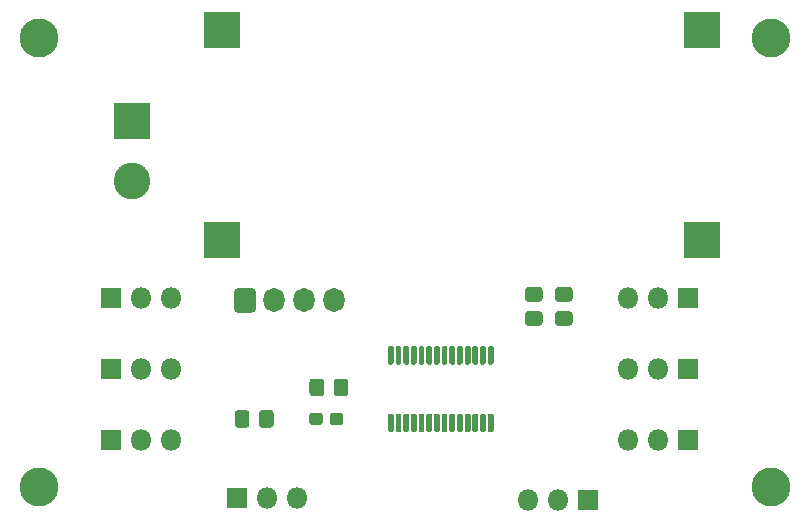
<source format=gbr>
%TF.GenerationSoftware,KiCad,Pcbnew,5.1.6+dfsg1-1*%
%TF.CreationDate,2021-03-04T16:58:38+01:00*%
%TF.ProjectId,PCA9685,50434139-3638-4352-9e6b-696361645f70,rev?*%
%TF.SameCoordinates,Original*%
%TF.FileFunction,Soldermask,Top*%
%TF.FilePolarity,Negative*%
%FSLAX46Y46*%
G04 Gerber Fmt 4.6, Leading zero omitted, Abs format (unit mm)*
G04 Created by KiCad (PCBNEW 5.1.6+dfsg1-1) date 2021-03-04 16:58:38*
%MOMM*%
%LPD*%
G01*
G04 APERTURE LIST*
%ADD10O,1.800000X1.800000*%
%ADD11R,1.800000X1.800000*%
%ADD12C,3.300000*%
%ADD13O,1.800000X2.050000*%
%ADD14R,3.100000X3.100000*%
%ADD15C,3.100000*%
G04 APERTURE END LIST*
D10*
%TO.C,J6*%
X88900000Y-92964000D03*
X86360000Y-92964000D03*
D11*
X83820000Y-92964000D03*
%TD*%
D10*
%TO.C,J10*%
X78232000Y-88000000D03*
X75692000Y-88000000D03*
D11*
X73152000Y-88000000D03*
%TD*%
D10*
%TO.C,J9*%
X78232000Y-82000000D03*
X75692000Y-82000000D03*
D11*
X73152000Y-82000000D03*
%TD*%
D10*
%TO.C,J8*%
X78232000Y-76000000D03*
X75692000Y-76000000D03*
D11*
X73152000Y-76000000D03*
%TD*%
D10*
%TO.C,J7*%
X108460000Y-93091000D03*
X111000000Y-93091000D03*
D11*
X113540000Y-93091000D03*
%TD*%
D10*
%TO.C,J5*%
X116920000Y-88000000D03*
X119460000Y-88000000D03*
D11*
X122000000Y-88000000D03*
%TD*%
D10*
%TO.C,J4*%
X116920000Y-82000000D03*
X119460000Y-82000000D03*
D11*
X122000000Y-82000000D03*
%TD*%
D10*
%TO.C,J3*%
X116920000Y-76000000D03*
X119460000Y-76000000D03*
D11*
X122000000Y-76000000D03*
%TD*%
D12*
%TO.C,REF\u002A\u002A*%
X67000000Y-54000000D03*
%TD*%
%TO.C,REF\u002A\u002A*%
X67000000Y-92000000D03*
%TD*%
%TO.C,REF\u002A\u002A*%
X129000000Y-92000000D03*
%TD*%
%TO.C,REF\u002A\u002A*%
X129000000Y-54000000D03*
%TD*%
D13*
%TO.C,J2*%
X91955000Y-76200000D03*
X89455000Y-76200000D03*
X86955000Y-76200000D03*
G36*
G01*
X83555000Y-76960294D02*
X83555000Y-75439706D01*
G75*
G02*
X83819706Y-75175000I264706J0D01*
G01*
X85090294Y-75175000D01*
G75*
G02*
X85355000Y-75439706I0J-264706D01*
G01*
X85355000Y-76960294D01*
G75*
G02*
X85090294Y-77225000I-264706J0D01*
G01*
X83819706Y-77225000D01*
G75*
G02*
X83555000Y-76960294I0J264706D01*
G01*
G37*
%TD*%
%TO.C,U2*%
G36*
G01*
X96929000Y-81634000D02*
X96679000Y-81634000D01*
G75*
G02*
X96554000Y-81509000I0J125000D01*
G01*
X96554000Y-80184000D01*
G75*
G02*
X96679000Y-80059000I125000J0D01*
G01*
X96929000Y-80059000D01*
G75*
G02*
X97054000Y-80184000I0J-125000D01*
G01*
X97054000Y-81509000D01*
G75*
G02*
X96929000Y-81634000I-125000J0D01*
G01*
G37*
G36*
G01*
X97579000Y-81634000D02*
X97329000Y-81634000D01*
G75*
G02*
X97204000Y-81509000I0J125000D01*
G01*
X97204000Y-80184000D01*
G75*
G02*
X97329000Y-80059000I125000J0D01*
G01*
X97579000Y-80059000D01*
G75*
G02*
X97704000Y-80184000I0J-125000D01*
G01*
X97704000Y-81509000D01*
G75*
G02*
X97579000Y-81634000I-125000J0D01*
G01*
G37*
G36*
G01*
X98229000Y-81634000D02*
X97979000Y-81634000D01*
G75*
G02*
X97854000Y-81509000I0J125000D01*
G01*
X97854000Y-80184000D01*
G75*
G02*
X97979000Y-80059000I125000J0D01*
G01*
X98229000Y-80059000D01*
G75*
G02*
X98354000Y-80184000I0J-125000D01*
G01*
X98354000Y-81509000D01*
G75*
G02*
X98229000Y-81634000I-125000J0D01*
G01*
G37*
G36*
G01*
X98879000Y-81634000D02*
X98629000Y-81634000D01*
G75*
G02*
X98504000Y-81509000I0J125000D01*
G01*
X98504000Y-80184000D01*
G75*
G02*
X98629000Y-80059000I125000J0D01*
G01*
X98879000Y-80059000D01*
G75*
G02*
X99004000Y-80184000I0J-125000D01*
G01*
X99004000Y-81509000D01*
G75*
G02*
X98879000Y-81634000I-125000J0D01*
G01*
G37*
G36*
G01*
X99529000Y-81634000D02*
X99279000Y-81634000D01*
G75*
G02*
X99154000Y-81509000I0J125000D01*
G01*
X99154000Y-80184000D01*
G75*
G02*
X99279000Y-80059000I125000J0D01*
G01*
X99529000Y-80059000D01*
G75*
G02*
X99654000Y-80184000I0J-125000D01*
G01*
X99654000Y-81509000D01*
G75*
G02*
X99529000Y-81634000I-125000J0D01*
G01*
G37*
G36*
G01*
X100179000Y-81634000D02*
X99929000Y-81634000D01*
G75*
G02*
X99804000Y-81509000I0J125000D01*
G01*
X99804000Y-80184000D01*
G75*
G02*
X99929000Y-80059000I125000J0D01*
G01*
X100179000Y-80059000D01*
G75*
G02*
X100304000Y-80184000I0J-125000D01*
G01*
X100304000Y-81509000D01*
G75*
G02*
X100179000Y-81634000I-125000J0D01*
G01*
G37*
G36*
G01*
X100829000Y-81634000D02*
X100579000Y-81634000D01*
G75*
G02*
X100454000Y-81509000I0J125000D01*
G01*
X100454000Y-80184000D01*
G75*
G02*
X100579000Y-80059000I125000J0D01*
G01*
X100829000Y-80059000D01*
G75*
G02*
X100954000Y-80184000I0J-125000D01*
G01*
X100954000Y-81509000D01*
G75*
G02*
X100829000Y-81634000I-125000J0D01*
G01*
G37*
G36*
G01*
X101479000Y-81634000D02*
X101229000Y-81634000D01*
G75*
G02*
X101104000Y-81509000I0J125000D01*
G01*
X101104000Y-80184000D01*
G75*
G02*
X101229000Y-80059000I125000J0D01*
G01*
X101479000Y-80059000D01*
G75*
G02*
X101604000Y-80184000I0J-125000D01*
G01*
X101604000Y-81509000D01*
G75*
G02*
X101479000Y-81634000I-125000J0D01*
G01*
G37*
G36*
G01*
X102129000Y-81634000D02*
X101879000Y-81634000D01*
G75*
G02*
X101754000Y-81509000I0J125000D01*
G01*
X101754000Y-80184000D01*
G75*
G02*
X101879000Y-80059000I125000J0D01*
G01*
X102129000Y-80059000D01*
G75*
G02*
X102254000Y-80184000I0J-125000D01*
G01*
X102254000Y-81509000D01*
G75*
G02*
X102129000Y-81634000I-125000J0D01*
G01*
G37*
G36*
G01*
X102779000Y-81634000D02*
X102529000Y-81634000D01*
G75*
G02*
X102404000Y-81509000I0J125000D01*
G01*
X102404000Y-80184000D01*
G75*
G02*
X102529000Y-80059000I125000J0D01*
G01*
X102779000Y-80059000D01*
G75*
G02*
X102904000Y-80184000I0J-125000D01*
G01*
X102904000Y-81509000D01*
G75*
G02*
X102779000Y-81634000I-125000J0D01*
G01*
G37*
G36*
G01*
X103429000Y-81634000D02*
X103179000Y-81634000D01*
G75*
G02*
X103054000Y-81509000I0J125000D01*
G01*
X103054000Y-80184000D01*
G75*
G02*
X103179000Y-80059000I125000J0D01*
G01*
X103429000Y-80059000D01*
G75*
G02*
X103554000Y-80184000I0J-125000D01*
G01*
X103554000Y-81509000D01*
G75*
G02*
X103429000Y-81634000I-125000J0D01*
G01*
G37*
G36*
G01*
X104079000Y-81634000D02*
X103829000Y-81634000D01*
G75*
G02*
X103704000Y-81509000I0J125000D01*
G01*
X103704000Y-80184000D01*
G75*
G02*
X103829000Y-80059000I125000J0D01*
G01*
X104079000Y-80059000D01*
G75*
G02*
X104204000Y-80184000I0J-125000D01*
G01*
X104204000Y-81509000D01*
G75*
G02*
X104079000Y-81634000I-125000J0D01*
G01*
G37*
G36*
G01*
X104729000Y-81634000D02*
X104479000Y-81634000D01*
G75*
G02*
X104354000Y-81509000I0J125000D01*
G01*
X104354000Y-80184000D01*
G75*
G02*
X104479000Y-80059000I125000J0D01*
G01*
X104729000Y-80059000D01*
G75*
G02*
X104854000Y-80184000I0J-125000D01*
G01*
X104854000Y-81509000D01*
G75*
G02*
X104729000Y-81634000I-125000J0D01*
G01*
G37*
G36*
G01*
X105379000Y-81634000D02*
X105129000Y-81634000D01*
G75*
G02*
X105004000Y-81509000I0J125000D01*
G01*
X105004000Y-80184000D01*
G75*
G02*
X105129000Y-80059000I125000J0D01*
G01*
X105379000Y-80059000D01*
G75*
G02*
X105504000Y-80184000I0J-125000D01*
G01*
X105504000Y-81509000D01*
G75*
G02*
X105379000Y-81634000I-125000J0D01*
G01*
G37*
G36*
G01*
X105379000Y-87359000D02*
X105129000Y-87359000D01*
G75*
G02*
X105004000Y-87234000I0J125000D01*
G01*
X105004000Y-85909000D01*
G75*
G02*
X105129000Y-85784000I125000J0D01*
G01*
X105379000Y-85784000D01*
G75*
G02*
X105504000Y-85909000I0J-125000D01*
G01*
X105504000Y-87234000D01*
G75*
G02*
X105379000Y-87359000I-125000J0D01*
G01*
G37*
G36*
G01*
X104729000Y-87359000D02*
X104479000Y-87359000D01*
G75*
G02*
X104354000Y-87234000I0J125000D01*
G01*
X104354000Y-85909000D01*
G75*
G02*
X104479000Y-85784000I125000J0D01*
G01*
X104729000Y-85784000D01*
G75*
G02*
X104854000Y-85909000I0J-125000D01*
G01*
X104854000Y-87234000D01*
G75*
G02*
X104729000Y-87359000I-125000J0D01*
G01*
G37*
G36*
G01*
X104079000Y-87359000D02*
X103829000Y-87359000D01*
G75*
G02*
X103704000Y-87234000I0J125000D01*
G01*
X103704000Y-85909000D01*
G75*
G02*
X103829000Y-85784000I125000J0D01*
G01*
X104079000Y-85784000D01*
G75*
G02*
X104204000Y-85909000I0J-125000D01*
G01*
X104204000Y-87234000D01*
G75*
G02*
X104079000Y-87359000I-125000J0D01*
G01*
G37*
G36*
G01*
X103429000Y-87359000D02*
X103179000Y-87359000D01*
G75*
G02*
X103054000Y-87234000I0J125000D01*
G01*
X103054000Y-85909000D01*
G75*
G02*
X103179000Y-85784000I125000J0D01*
G01*
X103429000Y-85784000D01*
G75*
G02*
X103554000Y-85909000I0J-125000D01*
G01*
X103554000Y-87234000D01*
G75*
G02*
X103429000Y-87359000I-125000J0D01*
G01*
G37*
G36*
G01*
X102779000Y-87359000D02*
X102529000Y-87359000D01*
G75*
G02*
X102404000Y-87234000I0J125000D01*
G01*
X102404000Y-85909000D01*
G75*
G02*
X102529000Y-85784000I125000J0D01*
G01*
X102779000Y-85784000D01*
G75*
G02*
X102904000Y-85909000I0J-125000D01*
G01*
X102904000Y-87234000D01*
G75*
G02*
X102779000Y-87359000I-125000J0D01*
G01*
G37*
G36*
G01*
X102129000Y-87359000D02*
X101879000Y-87359000D01*
G75*
G02*
X101754000Y-87234000I0J125000D01*
G01*
X101754000Y-85909000D01*
G75*
G02*
X101879000Y-85784000I125000J0D01*
G01*
X102129000Y-85784000D01*
G75*
G02*
X102254000Y-85909000I0J-125000D01*
G01*
X102254000Y-87234000D01*
G75*
G02*
X102129000Y-87359000I-125000J0D01*
G01*
G37*
G36*
G01*
X101479000Y-87359000D02*
X101229000Y-87359000D01*
G75*
G02*
X101104000Y-87234000I0J125000D01*
G01*
X101104000Y-85909000D01*
G75*
G02*
X101229000Y-85784000I125000J0D01*
G01*
X101479000Y-85784000D01*
G75*
G02*
X101604000Y-85909000I0J-125000D01*
G01*
X101604000Y-87234000D01*
G75*
G02*
X101479000Y-87359000I-125000J0D01*
G01*
G37*
G36*
G01*
X100829000Y-87359000D02*
X100579000Y-87359000D01*
G75*
G02*
X100454000Y-87234000I0J125000D01*
G01*
X100454000Y-85909000D01*
G75*
G02*
X100579000Y-85784000I125000J0D01*
G01*
X100829000Y-85784000D01*
G75*
G02*
X100954000Y-85909000I0J-125000D01*
G01*
X100954000Y-87234000D01*
G75*
G02*
X100829000Y-87359000I-125000J0D01*
G01*
G37*
G36*
G01*
X100179000Y-87359000D02*
X99929000Y-87359000D01*
G75*
G02*
X99804000Y-87234000I0J125000D01*
G01*
X99804000Y-85909000D01*
G75*
G02*
X99929000Y-85784000I125000J0D01*
G01*
X100179000Y-85784000D01*
G75*
G02*
X100304000Y-85909000I0J-125000D01*
G01*
X100304000Y-87234000D01*
G75*
G02*
X100179000Y-87359000I-125000J0D01*
G01*
G37*
G36*
G01*
X99529000Y-87359000D02*
X99279000Y-87359000D01*
G75*
G02*
X99154000Y-87234000I0J125000D01*
G01*
X99154000Y-85909000D01*
G75*
G02*
X99279000Y-85784000I125000J0D01*
G01*
X99529000Y-85784000D01*
G75*
G02*
X99654000Y-85909000I0J-125000D01*
G01*
X99654000Y-87234000D01*
G75*
G02*
X99529000Y-87359000I-125000J0D01*
G01*
G37*
G36*
G01*
X98879000Y-87359000D02*
X98629000Y-87359000D01*
G75*
G02*
X98504000Y-87234000I0J125000D01*
G01*
X98504000Y-85909000D01*
G75*
G02*
X98629000Y-85784000I125000J0D01*
G01*
X98879000Y-85784000D01*
G75*
G02*
X99004000Y-85909000I0J-125000D01*
G01*
X99004000Y-87234000D01*
G75*
G02*
X98879000Y-87359000I-125000J0D01*
G01*
G37*
G36*
G01*
X98229000Y-87359000D02*
X97979000Y-87359000D01*
G75*
G02*
X97854000Y-87234000I0J125000D01*
G01*
X97854000Y-85909000D01*
G75*
G02*
X97979000Y-85784000I125000J0D01*
G01*
X98229000Y-85784000D01*
G75*
G02*
X98354000Y-85909000I0J-125000D01*
G01*
X98354000Y-87234000D01*
G75*
G02*
X98229000Y-87359000I-125000J0D01*
G01*
G37*
G36*
G01*
X97579000Y-87359000D02*
X97329000Y-87359000D01*
G75*
G02*
X97204000Y-87234000I0J125000D01*
G01*
X97204000Y-85909000D01*
G75*
G02*
X97329000Y-85784000I125000J0D01*
G01*
X97579000Y-85784000D01*
G75*
G02*
X97704000Y-85909000I0J-125000D01*
G01*
X97704000Y-87234000D01*
G75*
G02*
X97579000Y-87359000I-125000J0D01*
G01*
G37*
G36*
G01*
X96929000Y-87359000D02*
X96679000Y-87359000D01*
G75*
G02*
X96554000Y-87234000I0J125000D01*
G01*
X96554000Y-85909000D01*
G75*
G02*
X96679000Y-85784000I125000J0D01*
G01*
X96929000Y-85784000D01*
G75*
G02*
X97054000Y-85909000I0J-125000D01*
G01*
X97054000Y-87234000D01*
G75*
G02*
X96929000Y-87359000I-125000J0D01*
G01*
G37*
%TD*%
D14*
%TO.C,U1*%
X123190000Y-71120000D03*
X82550000Y-71120000D03*
X123190000Y-53340000D03*
X82550000Y-53340000D03*
%TD*%
%TO.C,R5*%
G36*
G01*
X85640000Y-86711262D02*
X85640000Y-85754738D01*
G75*
G02*
X85911738Y-85483000I271738J0D01*
G01*
X86618262Y-85483000D01*
G75*
G02*
X86890000Y-85754738I0J-271738D01*
G01*
X86890000Y-86711262D01*
G75*
G02*
X86618262Y-86983000I-271738J0D01*
G01*
X85911738Y-86983000D01*
G75*
G02*
X85640000Y-86711262I0J271738D01*
G01*
G37*
G36*
G01*
X83590000Y-86711262D02*
X83590000Y-85754738D01*
G75*
G02*
X83861738Y-85483000I271738J0D01*
G01*
X84568262Y-85483000D01*
G75*
G02*
X84840000Y-85754738I0J-271738D01*
G01*
X84840000Y-86711262D01*
G75*
G02*
X84568262Y-86983000I-271738J0D01*
G01*
X83861738Y-86983000D01*
G75*
G02*
X83590000Y-86711262I0J271738D01*
G01*
G37*
%TD*%
%TO.C,R4*%
G36*
G01*
X111921262Y-76315000D02*
X110964738Y-76315000D01*
G75*
G02*
X110693000Y-76043262I0J271738D01*
G01*
X110693000Y-75336738D01*
G75*
G02*
X110964738Y-75065000I271738J0D01*
G01*
X111921262Y-75065000D01*
G75*
G02*
X112193000Y-75336738I0J-271738D01*
G01*
X112193000Y-76043262D01*
G75*
G02*
X111921262Y-76315000I-271738J0D01*
G01*
G37*
G36*
G01*
X111921262Y-78365000D02*
X110964738Y-78365000D01*
G75*
G02*
X110693000Y-78093262I0J271738D01*
G01*
X110693000Y-77386738D01*
G75*
G02*
X110964738Y-77115000I271738J0D01*
G01*
X111921262Y-77115000D01*
G75*
G02*
X112193000Y-77386738I0J-271738D01*
G01*
X112193000Y-78093262D01*
G75*
G02*
X111921262Y-78365000I-271738J0D01*
G01*
G37*
%TD*%
%TO.C,R2*%
G36*
G01*
X108424738Y-77115000D02*
X109381262Y-77115000D01*
G75*
G02*
X109653000Y-77386738I0J-271738D01*
G01*
X109653000Y-78093262D01*
G75*
G02*
X109381262Y-78365000I-271738J0D01*
G01*
X108424738Y-78365000D01*
G75*
G02*
X108153000Y-78093262I0J271738D01*
G01*
X108153000Y-77386738D01*
G75*
G02*
X108424738Y-77115000I271738J0D01*
G01*
G37*
G36*
G01*
X108424738Y-75065000D02*
X109381262Y-75065000D01*
G75*
G02*
X109653000Y-75336738I0J-271738D01*
G01*
X109653000Y-76043262D01*
G75*
G02*
X109381262Y-76315000I-271738J0D01*
G01*
X108424738Y-76315000D01*
G75*
G02*
X108153000Y-76043262I0J271738D01*
G01*
X108153000Y-75336738D01*
G75*
G02*
X108424738Y-75065000I271738J0D01*
G01*
G37*
%TD*%
D15*
%TO.C,J1*%
X74930000Y-66080000D03*
D14*
X74930000Y-61000000D03*
%TD*%
%TO.C,D1*%
G36*
G01*
X91045000Y-85970500D02*
X91045000Y-86495500D01*
G75*
G02*
X90782500Y-86758000I-262500J0D01*
G01*
X90157500Y-86758000D01*
G75*
G02*
X89895000Y-86495500I0J262500D01*
G01*
X89895000Y-85970500D01*
G75*
G02*
X90157500Y-85708000I262500J0D01*
G01*
X90782500Y-85708000D01*
G75*
G02*
X91045000Y-85970500I0J-262500D01*
G01*
G37*
G36*
G01*
X92795000Y-85970500D02*
X92795000Y-86495500D01*
G75*
G02*
X92532500Y-86758000I-262500J0D01*
G01*
X91907500Y-86758000D01*
G75*
G02*
X91645000Y-86495500I0J262500D01*
G01*
X91645000Y-85970500D01*
G75*
G02*
X91907500Y-85708000I262500J0D01*
G01*
X92532500Y-85708000D01*
G75*
G02*
X92795000Y-85970500I0J-262500D01*
G01*
G37*
%TD*%
%TO.C,C1*%
G36*
G01*
X91967000Y-84044262D02*
X91967000Y-83087738D01*
G75*
G02*
X92238738Y-82816000I271738J0D01*
G01*
X92945262Y-82816000D01*
G75*
G02*
X93217000Y-83087738I0J-271738D01*
G01*
X93217000Y-84044262D01*
G75*
G02*
X92945262Y-84316000I-271738J0D01*
G01*
X92238738Y-84316000D01*
G75*
G02*
X91967000Y-84044262I0J271738D01*
G01*
G37*
G36*
G01*
X89917000Y-84044262D02*
X89917000Y-83087738D01*
G75*
G02*
X90188738Y-82816000I271738J0D01*
G01*
X90895262Y-82816000D01*
G75*
G02*
X91167000Y-83087738I0J-271738D01*
G01*
X91167000Y-84044262D01*
G75*
G02*
X90895262Y-84316000I-271738J0D01*
G01*
X90188738Y-84316000D01*
G75*
G02*
X89917000Y-84044262I0J271738D01*
G01*
G37*
%TD*%
M02*

</source>
